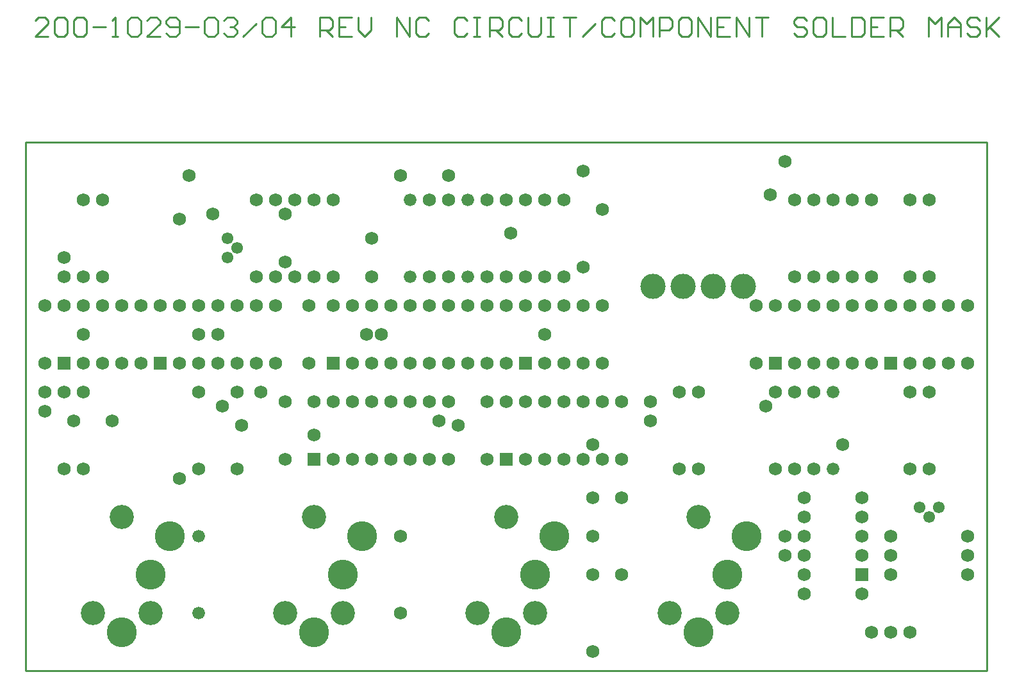
<source format=gbs>
*%FSLAX23Y23*%
*%MOIN*%
G01*
%ADD11C,0.007*%
%ADD12C,0.008*%
%ADD13C,0.010*%
%ADD14C,0.012*%
%ADD15C,0.032*%
%ADD16C,0.036*%
%ADD17C,0.050*%
%ADD18C,0.052*%
%ADD19C,0.055*%
%ADD20C,0.056*%
%ADD21C,0.060*%
%ADD22C,0.061*%
%ADD23C,0.062*%
%ADD24C,0.066*%
%ADD25C,0.068*%
%ADD26C,0.070*%
%ADD27C,0.080*%
%ADD28C,0.090*%
%ADD29C,0.095*%
%ADD30C,0.115*%
%ADD31C,0.120*%
%ADD32C,0.125*%
%ADD33C,0.126*%
%ADD34C,0.131*%
%ADD35C,0.150*%
%ADD36C,0.156*%
%ADD37R,0.062X0.062*%
%ADD38R,0.068X0.068*%
D13*
X7744Y9726D02*
X7811D01*
X7744D02*
X7811Y9793D01*
Y9809D01*
X7794Y9826D01*
X7761D01*
X7744Y9809D01*
X7844D02*
X7861Y9826D01*
X7894D01*
X7911Y9809D01*
Y9743D01*
X7894Y9726D01*
X7861D01*
X7844Y9743D01*
Y9809D01*
X7944D02*
X7961Y9826D01*
X7994D01*
X8011Y9809D01*
Y9743D01*
X7994Y9726D01*
X7961D01*
X7944Y9743D01*
Y9809D01*
X8044Y9776D02*
X8111D01*
X8144Y9726D02*
X8177D01*
X8161D01*
Y9826D01*
X8162D01*
X8161D02*
X8144Y9809D01*
X8227D02*
X8244Y9826D01*
X8277D01*
X8294Y9809D01*
Y9743D01*
X8277Y9726D01*
X8244D01*
X8227Y9743D01*
Y9809D01*
X8327Y9726D02*
X8394D01*
X8327D02*
X8394Y9793D01*
Y9809D01*
X8377Y9826D01*
X8344D01*
X8327Y9809D01*
X8427Y9743D02*
X8444Y9726D01*
X8477D01*
X8494Y9743D01*
Y9809D01*
X8477Y9826D01*
X8444D01*
X8427Y9809D01*
Y9793D01*
X8444Y9776D01*
X8494D01*
X8527D02*
X8594D01*
X8627Y9809D02*
X8644Y9826D01*
X8677D01*
X8694Y9809D01*
Y9743D01*
X8677Y9726D01*
X8644D01*
X8627Y9743D01*
Y9809D01*
X8727D02*
X8744Y9826D01*
X8777D01*
X8794Y9809D01*
Y9793D01*
X8795D01*
X8794D02*
X8795D01*
X8794D02*
X8795D01*
X8794D02*
X8777Y9776D01*
X8760D01*
X8777D01*
X8794Y9759D01*
Y9743D01*
X8777Y9726D01*
X8744D01*
X8727Y9743D01*
X8827Y9726D02*
X8894Y9793D01*
X8927Y9809D02*
X8944Y9826D01*
X8977D01*
X8994Y9809D01*
Y9743D01*
X8977Y9726D01*
X8944D01*
X8927Y9743D01*
Y9809D01*
X9077Y9826D02*
Y9726D01*
X9027Y9776D02*
X9077Y9826D01*
X9094Y9776D02*
X9027D01*
X9227Y9726D02*
Y9826D01*
X9277D01*
X9293Y9809D01*
Y9776D01*
X9277Y9759D01*
X9227D01*
X9260D02*
X9293Y9726D01*
X9327Y9826D02*
X9393D01*
X9327D02*
Y9726D01*
X9393D01*
X9360Y9776D02*
X9327D01*
X9427Y9759D02*
Y9826D01*
Y9759D02*
X9460Y9726D01*
X9493Y9759D01*
Y9826D01*
X9627D02*
Y9726D01*
X9693D02*
X9627Y9826D01*
X9693D02*
Y9726D01*
X9793Y9809D02*
X9777Y9826D01*
X9743D01*
X9727Y9809D01*
Y9743D01*
X9743Y9726D01*
X9777D01*
X9793Y9743D01*
X9977Y9826D02*
X9993Y9809D01*
X9977Y9826D02*
X9943D01*
X9927Y9809D01*
Y9743D01*
X9943Y9726D01*
X9977D01*
X9993Y9743D01*
X10027Y9826D02*
X10060D01*
X10043D01*
Y9726D01*
X10027D01*
X10060D01*
X10110D02*
Y9826D01*
X10160D01*
X10177Y9809D01*
Y9776D01*
X10160Y9759D01*
X10110D01*
X10143D02*
X10177Y9726D01*
X10277Y9809D02*
X10260Y9826D01*
X10227D01*
X10210Y9809D01*
Y9743D01*
X10227Y9726D01*
X10260D01*
X10277Y9743D01*
X10310D02*
Y9826D01*
Y9743D02*
X10326Y9726D01*
X10360D01*
X10376Y9743D01*
Y9826D01*
X10410D02*
X10443D01*
X10426D01*
Y9726D01*
X10410D01*
X10443D01*
X10493Y9826D02*
X10560D01*
X10526D01*
Y9726D01*
X10593D02*
X10660Y9793D01*
X10743Y9826D02*
X10760Y9809D01*
X10743Y9826D02*
X10710D01*
X10693Y9809D01*
Y9743D01*
X10710Y9726D01*
X10743D01*
X10760Y9743D01*
X10810Y9826D02*
X10843D01*
X10810D02*
X10793Y9809D01*
Y9743D01*
X10810Y9726D01*
X10843D01*
X10860Y9743D01*
Y9809D01*
X10843Y9826D01*
X10893D02*
Y9726D01*
X10926Y9793D02*
X10893Y9826D01*
X10926Y9793D02*
X10960Y9826D01*
Y9726D01*
X10993D02*
Y9826D01*
X11043D01*
X11060Y9809D01*
Y9776D01*
X11043Y9759D01*
X10993D01*
X11110Y9826D02*
X11143D01*
X11110D02*
X11093Y9809D01*
Y9743D01*
X11110Y9726D01*
X11143D01*
X11160Y9743D01*
Y9809D01*
X11143Y9826D01*
X11193D02*
Y9726D01*
X11260D02*
X11193Y9826D01*
X11260D02*
Y9726D01*
X11293Y9826D02*
X11359D01*
X11293D02*
Y9726D01*
X11359D01*
X11326Y9776D02*
X11293D01*
X11393Y9726D02*
Y9826D01*
X11459Y9726D01*
Y9826D01*
X11493D02*
X11559D01*
X11526D01*
Y9726D01*
X11743Y9826D02*
X11759Y9809D01*
X11743Y9826D02*
X11709D01*
X11693Y9809D01*
Y9793D01*
X11709Y9776D01*
X11743D01*
X11759Y9759D01*
Y9743D01*
X11743Y9726D01*
X11709D01*
X11693Y9743D01*
X11809Y9826D02*
X11843D01*
X11809D02*
X11793Y9809D01*
Y9743D01*
X11809Y9726D01*
X11843D01*
X11859Y9743D01*
Y9809D01*
X11843Y9826D01*
X11893D02*
Y9726D01*
X11959D01*
X11993D02*
Y9826D01*
Y9726D02*
X12043D01*
X12059Y9743D01*
Y9809D01*
X12043Y9826D01*
X11993D01*
X12093D02*
X12159D01*
X12093D02*
Y9726D01*
X12159D01*
X12126Y9776D02*
X12093D01*
X12193Y9726D02*
Y9826D01*
X12243D01*
X12259Y9809D01*
Y9776D01*
X12243Y9759D01*
X12193D01*
X12226D02*
X12259Y9726D01*
X12392D02*
Y9826D01*
X12426Y9793D01*
X12459Y9826D01*
Y9726D01*
X12492D02*
Y9793D01*
X12526Y9826D01*
X12559Y9793D01*
Y9726D01*
Y9776D01*
X12492D01*
X12642Y9826D02*
X12659Y9809D01*
X12642Y9826D02*
X12609D01*
X12592Y9809D01*
Y9793D01*
X12609Y9776D01*
X12642D01*
X12659Y9759D01*
Y9743D01*
X12642Y9726D01*
X12609D01*
X12592Y9743D01*
X12692Y9726D02*
Y9826D01*
Y9759D02*
Y9726D01*
Y9759D02*
X12759Y9826D01*
X12709Y9776D01*
X12759Y9726D01*
X7694Y9176D02*
Y6426D01*
X12694D02*
Y9176D01*
Y6426D02*
X7694D01*
Y9176D02*
X12694D01*
D22*
X12394Y7226D02*
D03*
X12444Y7276D02*
D03*
X12344D02*
D03*
X8744Y8576D02*
D03*
X8794Y8626D02*
D03*
X8744Y8676D02*
D03*
D24*
X11894Y7476D02*
D03*
Y7876D02*
D03*
X9994Y8476D02*
D03*
Y8876D02*
D03*
X9694Y8476D02*
D03*
Y8876D02*
D03*
X8594Y7126D02*
D03*
Y6726D02*
D03*
D25*
X11944Y7601D02*
D03*
X11644Y9076D02*
D03*
X11569Y8901D02*
D03*
X11544Y7801D02*
D03*
X10644Y7601D02*
D03*
X10219Y8701D02*
D03*
X10394Y8176D02*
D03*
X9894Y9001D02*
D03*
X9844Y7726D02*
D03*
X9944Y7701D02*
D03*
X9644Y9001D02*
D03*
X9469Y8176D02*
D03*
X9544D02*
D03*
X9044Y8801D02*
D03*
Y8551D02*
D03*
X9194Y7651D02*
D03*
X8919Y7876D02*
D03*
X8669Y8801D02*
D03*
X8719Y7801D02*
D03*
X8694Y8176D02*
D03*
X8819Y7701D02*
D03*
X8544Y9001D02*
D03*
X8494Y8776D02*
D03*
X8594Y8176D02*
D03*
X8494Y7426D02*
D03*
X8144Y7726D02*
D03*
X7944D02*
D03*
X7994Y8176D02*
D03*
X11894Y8876D02*
D03*
Y8476D02*
D03*
X12294Y8876D02*
D03*
Y8476D02*
D03*
X12394Y8876D02*
D03*
Y8476D02*
D03*
X11994Y8876D02*
D03*
Y8476D02*
D03*
X12094Y8876D02*
D03*
Y8476D02*
D03*
X12294Y8026D02*
D03*
X12194Y8326D02*
D03*
X12294D02*
D03*
X12394D02*
D03*
X12494D02*
D03*
Y8026D02*
D03*
X12394D02*
D03*
X12594D02*
D03*
Y8326D02*
D03*
X12094D02*
D03*
Y8026D02*
D03*
X11994D02*
D03*
Y8326D02*
D03*
X11694Y8026D02*
D03*
X11594Y8326D02*
D03*
X11694D02*
D03*
X11794D02*
D03*
X11894D02*
D03*
Y8026D02*
D03*
X11794D02*
D03*
X11494Y8326D02*
D03*
Y8026D02*
D03*
X11794Y8476D02*
D03*
Y8876D02*
D03*
X11694Y8476D02*
D03*
Y8876D02*
D03*
X11594Y7476D02*
D03*
Y7876D02*
D03*
X11694Y7476D02*
D03*
Y7876D02*
D03*
X11794Y7476D02*
D03*
Y7876D02*
D03*
X12294D02*
D03*
Y7476D02*
D03*
X12394Y7876D02*
D03*
Y7476D02*
D03*
X11644Y7026D02*
D03*
Y7126D02*
D03*
X12194Y7026D02*
D03*
X12594D02*
D03*
X12194Y7126D02*
D03*
X12594D02*
D03*
X12044Y7326D02*
D03*
X11744D02*
D03*
X12194Y6626D02*
D03*
X12094D02*
D03*
X12294D02*
D03*
X12044Y7026D02*
D03*
X11744Y6926D02*
D03*
Y7026D02*
D03*
Y7126D02*
D03*
Y7226D02*
D03*
X12044D02*
D03*
Y7126D02*
D03*
X12194Y6926D02*
D03*
X12594D02*
D03*
X11744Y6826D02*
D03*
X12044D02*
D03*
X9894Y8876D02*
D03*
Y8476D02*
D03*
X10694Y8826D02*
D03*
X10594Y8526D02*
D03*
Y9026D02*
D03*
X10294Y8876D02*
D03*
Y8476D02*
D03*
X10494Y8876D02*
D03*
Y8476D02*
D03*
X10394Y8876D02*
D03*
Y8476D02*
D03*
X10094D02*
D03*
Y8876D02*
D03*
X10644Y7126D02*
D03*
Y7326D02*
D03*
X10794D02*
D03*
Y6926D02*
D03*
X10694Y8026D02*
D03*
Y8326D02*
D03*
X10394Y8026D02*
D03*
X10294Y8326D02*
D03*
X10394D02*
D03*
X10494D02*
D03*
X10594D02*
D03*
Y8026D02*
D03*
X10494D02*
D03*
X10194Y8326D02*
D03*
Y8026D02*
D03*
X10094D02*
D03*
Y8326D02*
D03*
X11094Y7476D02*
D03*
Y7876D02*
D03*
X11194Y7476D02*
D03*
Y7876D02*
D03*
X10944Y7726D02*
D03*
Y7826D02*
D03*
X10294Y7526D02*
D03*
X10194Y7826D02*
D03*
X10294D02*
D03*
X10394D02*
D03*
X10494D02*
D03*
X10594D02*
D03*
X10694D02*
D03*
X10794D02*
D03*
Y7526D02*
D03*
X10694D02*
D03*
X10594D02*
D03*
X10494D02*
D03*
X10394D02*
D03*
X10094Y7826D02*
D03*
Y7526D02*
D03*
X10194Y8476D02*
D03*
Y8876D02*
D03*
X10644Y6926D02*
D03*
Y6526D02*
D03*
X9194Y8876D02*
D03*
Y8476D02*
D03*
X8994Y8876D02*
D03*
Y8476D02*
D03*
X9294D02*
D03*
Y8876D02*
D03*
X9494Y8476D02*
D03*
Y8676D02*
D03*
Y7526D02*
D03*
X9394D02*
D03*
X9194Y7826D02*
D03*
X9294D02*
D03*
X9394D02*
D03*
X9494D02*
D03*
X9594D02*
D03*
X9694D02*
D03*
X9794D02*
D03*
X9894D02*
D03*
Y7526D02*
D03*
X9794D02*
D03*
X9694D02*
D03*
X9594D02*
D03*
X9294D02*
D03*
X8294Y8026D02*
D03*
Y8326D02*
D03*
X8494Y8026D02*
D03*
X8394Y8326D02*
D03*
X8494D02*
D03*
X8594D02*
D03*
X8694D02*
D03*
X8794D02*
D03*
X8894D02*
D03*
X8994D02*
D03*
Y8026D02*
D03*
X8894D02*
D03*
X8794D02*
D03*
X8694D02*
D03*
X8594D02*
D03*
X9794Y8476D02*
D03*
Y8876D02*
D03*
X8594Y7876D02*
D03*
Y7476D02*
D03*
X8794Y7876D02*
D03*
Y7476D02*
D03*
X9594Y8026D02*
D03*
X9494D02*
D03*
X9294Y8326D02*
D03*
X9394D02*
D03*
X9494D02*
D03*
X9594D02*
D03*
X9694D02*
D03*
X9794D02*
D03*
X9894D02*
D03*
X9994D02*
D03*
Y8026D02*
D03*
X9894D02*
D03*
X9794D02*
D03*
X9694D02*
D03*
X9394D02*
D03*
X9094Y8476D02*
D03*
Y8876D02*
D03*
X8894Y8476D02*
D03*
Y8876D02*
D03*
X9169Y8326D02*
D03*
Y8026D02*
D03*
X9044Y7526D02*
D03*
Y7826D02*
D03*
X9644Y6726D02*
D03*
Y7126D02*
D03*
X8094Y8876D02*
D03*
Y8476D02*
D03*
X7994Y8876D02*
D03*
Y8476D02*
D03*
X7894Y8576D02*
D03*
Y8476D02*
D03*
X7794Y8326D02*
D03*
Y8026D02*
D03*
X7994D02*
D03*
X7894Y8326D02*
D03*
X7994D02*
D03*
X8094D02*
D03*
X8194D02*
D03*
Y8026D02*
D03*
X8094D02*
D03*
X7994Y7476D02*
D03*
Y7876D02*
D03*
X7894Y7476D02*
D03*
Y7876D02*
D03*
X7794Y7776D02*
D03*
Y7876D02*
D03*
D33*
X11194Y7226D02*
D03*
X11344Y6726D02*
D03*
X11044D02*
D03*
X10194Y7226D02*
D03*
X10344Y6726D02*
D03*
X10044D02*
D03*
X9194Y7226D02*
D03*
X9344Y6726D02*
D03*
X9044D02*
D03*
X8194Y7226D02*
D03*
X8344Y6726D02*
D03*
X8044D02*
D03*
D34*
X11272Y8426D02*
D03*
X10960D02*
D03*
X11428D02*
D03*
X11116D02*
D03*
D36*
X11194Y6626D02*
D03*
X11344Y6926D02*
D03*
X11444Y7126D02*
D03*
X10194Y6626D02*
D03*
X10344Y6926D02*
D03*
X10444Y7126D02*
D03*
X9194Y6626D02*
D03*
X9344Y6926D02*
D03*
X9444Y7126D02*
D03*
X8194Y6626D02*
D03*
X8344Y6926D02*
D03*
X8444Y7126D02*
D03*
D38*
X12194Y8026D02*
D03*
X11594D02*
D03*
X12044Y6926D02*
D03*
X10294Y8026D02*
D03*
X10194Y7526D02*
D03*
X9194D02*
D03*
X8394Y8026D02*
D03*
X9294D02*
D03*
X7894D02*
D03*
M02*

</source>
